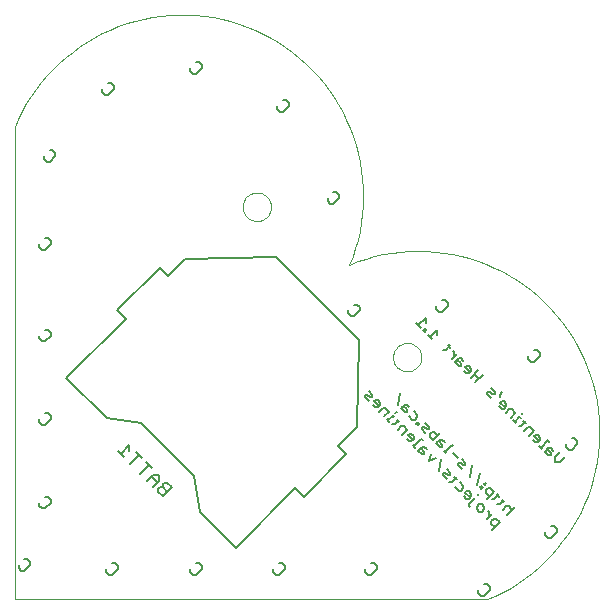
<source format=gbo>
G75*
G70*
%OFA0B0*%
%FSLAX24Y24*%
%IPPOS*%
%LPD*%
%AMOC8*
5,1,8,0,0,1.08239X$1,22.5*
%
%ADD10C,0.0000*%
%ADD11C,0.0060*%
%ADD12C,0.0080*%
%ADD13C,0.0050*%
D10*
X009756Y010038D02*
X009756Y025786D01*
X009873Y026053D01*
X010003Y026314D01*
X010146Y026569D01*
X010300Y026816D01*
X010467Y027055D01*
X010645Y027287D01*
X010833Y027509D01*
X011033Y027722D01*
X011242Y027925D01*
X011461Y028117D01*
X011689Y028299D01*
X011925Y028470D01*
X012170Y028629D01*
X012422Y028776D01*
X012680Y028911D01*
X012945Y029033D01*
X013216Y029142D01*
X013491Y029238D01*
X013771Y029320D01*
X014054Y029389D01*
X014340Y029444D01*
X014629Y029485D01*
X014919Y029513D01*
X015211Y029526D01*
X015502Y029525D01*
X015794Y029510D01*
X016084Y029481D01*
X016372Y029438D01*
X016658Y029381D01*
X016941Y029310D01*
X017220Y029226D01*
X017495Y029128D01*
X017765Y029017D01*
X018029Y028893D01*
X018286Y028757D01*
X018537Y028608D01*
X018781Y028448D01*
X019016Y028276D01*
X019243Y028092D01*
X019461Y027898D01*
X019669Y027694D01*
X019866Y027480D01*
X020054Y027256D01*
X020230Y027024D01*
X020395Y026783D01*
X020548Y026535D01*
X020689Y026280D01*
X020817Y026018D01*
X020933Y025750D01*
X021035Y025477D01*
X021125Y025200D01*
X021200Y024918D01*
X021262Y024633D01*
X021310Y024345D01*
X021345Y024056D01*
X021365Y023765D01*
X021371Y023473D01*
X021363Y023182D01*
X021341Y022891D01*
X021305Y022602D01*
X021255Y022314D01*
X021191Y022030D01*
X021113Y021749D01*
X021022Y021472D01*
X020918Y021199D01*
X022368Y018112D02*
X022370Y018155D01*
X022376Y018197D01*
X022386Y018239D01*
X022399Y018280D01*
X022416Y018320D01*
X022437Y018357D01*
X022461Y018393D01*
X022488Y018426D01*
X022518Y018457D01*
X022551Y018485D01*
X022586Y018510D01*
X022623Y018531D01*
X022662Y018549D01*
X022702Y018563D01*
X022744Y018574D01*
X022786Y018581D01*
X022829Y018584D01*
X022872Y018583D01*
X022915Y018578D01*
X022957Y018569D01*
X022998Y018557D01*
X023038Y018541D01*
X023076Y018521D01*
X023112Y018498D01*
X023146Y018471D01*
X023178Y018442D01*
X023206Y018410D01*
X023232Y018375D01*
X023254Y018339D01*
X023273Y018300D01*
X023288Y018260D01*
X023300Y018219D01*
X023308Y018176D01*
X023312Y018133D01*
X023312Y018091D01*
X023308Y018048D01*
X023300Y018005D01*
X023288Y017964D01*
X023273Y017924D01*
X023254Y017885D01*
X023232Y017849D01*
X023206Y017814D01*
X023178Y017782D01*
X023146Y017753D01*
X023112Y017726D01*
X023076Y017703D01*
X023038Y017683D01*
X022998Y017667D01*
X022957Y017655D01*
X022915Y017646D01*
X022872Y017641D01*
X022829Y017640D01*
X022786Y017643D01*
X022744Y017650D01*
X022702Y017661D01*
X022662Y017675D01*
X022623Y017693D01*
X022586Y017714D01*
X022551Y017739D01*
X022518Y017767D01*
X022488Y017798D01*
X022461Y017831D01*
X022437Y017867D01*
X022416Y017904D01*
X022399Y017944D01*
X022386Y017985D01*
X022376Y018027D01*
X022370Y018069D01*
X022368Y018112D01*
X020918Y021200D02*
X021190Y021304D01*
X021467Y021395D01*
X021748Y021473D01*
X022033Y021537D01*
X022320Y021587D01*
X022609Y021623D01*
X022900Y021645D01*
X023191Y021653D01*
X023483Y021647D01*
X023774Y021627D01*
X024063Y021592D01*
X024351Y021544D01*
X024636Y021482D01*
X024918Y021407D01*
X025195Y021317D01*
X025468Y021215D01*
X025736Y021099D01*
X025998Y020971D01*
X026253Y020830D01*
X026501Y020677D01*
X026742Y020512D01*
X026974Y020336D01*
X027198Y020148D01*
X027412Y019951D01*
X027616Y019743D01*
X027810Y019525D01*
X027994Y019298D01*
X028166Y019063D01*
X028326Y018819D01*
X028475Y018568D01*
X028611Y018311D01*
X028735Y018047D01*
X028846Y017777D01*
X028944Y017502D01*
X029028Y017223D01*
X029099Y016940D01*
X029156Y016654D01*
X029199Y016366D01*
X029228Y016076D01*
X029243Y015784D01*
X029244Y015493D01*
X029231Y015201D01*
X029203Y014911D01*
X029162Y014622D01*
X029107Y014336D01*
X029038Y014053D01*
X028956Y013773D01*
X028860Y013498D01*
X028751Y013227D01*
X028629Y012962D01*
X028494Y012704D01*
X028347Y012452D01*
X028188Y012207D01*
X028017Y011971D01*
X027835Y011743D01*
X027643Y011524D01*
X027440Y011315D01*
X027227Y011115D01*
X027005Y010927D01*
X026773Y010749D01*
X026534Y010582D01*
X026287Y010428D01*
X026032Y010285D01*
X025771Y010155D01*
X025504Y010038D01*
X009756Y010038D01*
X017357Y023123D02*
X017359Y023166D01*
X017365Y023208D01*
X017375Y023250D01*
X017388Y023291D01*
X017405Y023331D01*
X017426Y023368D01*
X017450Y023404D01*
X017477Y023437D01*
X017507Y023468D01*
X017540Y023496D01*
X017575Y023521D01*
X017612Y023542D01*
X017651Y023560D01*
X017691Y023574D01*
X017733Y023585D01*
X017775Y023592D01*
X017818Y023595D01*
X017861Y023594D01*
X017904Y023589D01*
X017946Y023580D01*
X017987Y023568D01*
X018027Y023552D01*
X018065Y023532D01*
X018101Y023509D01*
X018135Y023482D01*
X018167Y023453D01*
X018195Y023421D01*
X018221Y023386D01*
X018243Y023350D01*
X018262Y023311D01*
X018277Y023271D01*
X018289Y023230D01*
X018297Y023187D01*
X018301Y023144D01*
X018301Y023102D01*
X018297Y023059D01*
X018289Y023016D01*
X018277Y022975D01*
X018262Y022935D01*
X018243Y022896D01*
X018221Y022860D01*
X018195Y022825D01*
X018167Y022793D01*
X018135Y022764D01*
X018101Y022737D01*
X018065Y022714D01*
X018027Y022694D01*
X017987Y022678D01*
X017946Y022666D01*
X017904Y022657D01*
X017861Y022652D01*
X017818Y022651D01*
X017775Y022654D01*
X017733Y022661D01*
X017691Y022672D01*
X017651Y022686D01*
X017612Y022704D01*
X017575Y022725D01*
X017540Y022750D01*
X017507Y022778D01*
X017477Y022809D01*
X017450Y022842D01*
X017426Y022878D01*
X017405Y022915D01*
X017388Y022955D01*
X017375Y022996D01*
X017365Y023038D01*
X017359Y023080D01*
X017357Y023123D01*
D11*
X023134Y019252D02*
X023295Y019092D01*
X023214Y019172D02*
X023455Y019413D01*
X023455Y019252D01*
X023425Y019042D02*
X023385Y019002D01*
X023425Y018962D01*
X023465Y019002D01*
X023425Y019042D01*
X023525Y018862D02*
X023685Y018701D01*
X023605Y018781D02*
X023846Y019022D01*
X023846Y018862D01*
X024199Y018508D02*
X024280Y018428D01*
X024280Y018508D02*
X024119Y018347D01*
X024039Y018347D01*
X024376Y018331D02*
X024416Y018291D01*
X024416Y018131D01*
X024336Y018050D02*
X024497Y018211D01*
X024556Y018071D02*
X024436Y017950D01*
X024556Y017830D01*
X024637Y017830D01*
X024637Y017910D01*
X024516Y018031D01*
X024556Y018071D02*
X024637Y018071D01*
X024717Y017990D01*
X024817Y017810D02*
X024777Y017770D01*
X024937Y017610D01*
X024977Y017650D02*
X024977Y017730D01*
X024897Y017810D01*
X024817Y017810D01*
X024737Y017650D02*
X024817Y017570D01*
X024897Y017570D01*
X024977Y017650D01*
X025077Y017550D02*
X025238Y017389D01*
X025117Y017269D02*
X025358Y017510D01*
X025198Y017670D02*
X024957Y017430D01*
X025518Y016949D02*
X025598Y016949D01*
X025678Y016869D01*
X025758Y016869D01*
X025759Y016949D01*
X025638Y017069D01*
X025518Y016949D02*
X025518Y016869D01*
X025638Y016748D01*
X025929Y016779D02*
X025929Y016859D01*
X026009Y016939D01*
X025989Y016638D02*
X025949Y016598D01*
X026109Y016438D01*
X026149Y016478D02*
X026149Y016558D01*
X026069Y016638D01*
X025989Y016638D01*
X025908Y016478D02*
X025989Y016398D01*
X026069Y016398D01*
X026149Y016478D01*
X026249Y016378D02*
X026129Y016258D01*
X026249Y016378D02*
X026329Y016378D01*
X026450Y016258D01*
X026289Y016097D01*
X026383Y016004D02*
X026463Y015924D01*
X026423Y015964D02*
X026583Y016124D01*
X026623Y016084D01*
X026663Y016204D02*
X026703Y016245D01*
X026717Y015991D02*
X026797Y015911D01*
X026797Y015991D02*
X026636Y015830D01*
X026556Y015830D01*
X026736Y015650D02*
X026857Y015770D01*
X026937Y015770D01*
X027057Y015650D01*
X026897Y015490D01*
X027077Y015470D02*
X027237Y015310D01*
X027277Y015350D02*
X027277Y015430D01*
X027197Y015510D01*
X027117Y015510D01*
X027077Y015470D01*
X027037Y015350D02*
X027117Y015269D01*
X027197Y015269D01*
X027277Y015350D01*
X027250Y015136D02*
X027331Y015056D01*
X027291Y015096D02*
X027531Y015336D01*
X027571Y015296D01*
X027551Y015076D02*
X027431Y014956D01*
X027551Y014836D01*
X027631Y014836D01*
X027631Y014916D01*
X027511Y015036D01*
X027551Y015076D02*
X027631Y015076D01*
X027711Y014996D01*
X027771Y014776D02*
X027932Y014936D01*
X028092Y014776D02*
X027932Y014615D01*
X027771Y014615D01*
X027771Y014776D01*
X026422Y013105D02*
X026181Y012865D01*
X026301Y012985D02*
X026301Y013065D01*
X026221Y013145D01*
X026141Y013145D01*
X026021Y013025D01*
X025921Y013205D02*
X025841Y013205D01*
X025921Y013205D02*
X026081Y013366D01*
X026001Y013366D02*
X026081Y013285D01*
X025908Y013459D02*
X025827Y013539D01*
X025908Y013539D02*
X025747Y013379D01*
X025667Y013379D01*
X025574Y013472D02*
X025453Y013593D01*
X025453Y013673D01*
X025534Y013753D01*
X025614Y013753D01*
X025734Y013633D01*
X025493Y013392D01*
X025326Y013205D02*
X025407Y013125D01*
X025406Y013045D01*
X025326Y012965D01*
X025246Y012965D01*
X025166Y013045D01*
X025166Y013125D01*
X025246Y013205D01*
X025326Y013205D01*
X025543Y012988D02*
X025583Y012948D01*
X025583Y012788D01*
X025503Y012708D02*
X025664Y012868D01*
X025723Y012728D02*
X025643Y012648D01*
X025643Y012567D01*
X025764Y012447D01*
X025683Y012367D02*
X025924Y012608D01*
X025804Y012728D01*
X025723Y012728D01*
X024946Y013105D02*
X024906Y013145D01*
X024906Y013225D01*
X025106Y013425D01*
X025186Y013506D02*
X025226Y013546D01*
X025313Y013733D02*
X025353Y013773D01*
X025313Y013813D01*
X025273Y013773D01*
X025313Y013733D01*
X025434Y013853D02*
X025474Y013893D01*
X025434Y013933D01*
X025393Y013893D01*
X025434Y013853D01*
X025183Y013863D02*
X025263Y014264D01*
X025003Y014524D02*
X024923Y014123D01*
X024662Y014384D02*
X024542Y014504D01*
X024542Y014584D01*
X024622Y014584D01*
X024702Y014504D01*
X024783Y014504D01*
X024783Y014584D01*
X024662Y014704D01*
X024522Y014764D02*
X024362Y014925D01*
X024382Y015145D02*
X024342Y015185D01*
X024101Y014944D01*
X024141Y014904D02*
X024061Y014985D01*
X024008Y015118D02*
X024008Y015198D01*
X023888Y015319D01*
X023928Y015359D02*
X023807Y015238D01*
X023928Y015118D01*
X024008Y015118D01*
X024088Y015278D02*
X024008Y015359D01*
X023928Y015359D01*
X023868Y015499D02*
X023748Y015619D01*
X023667Y015619D01*
X023587Y015539D01*
X023587Y015459D01*
X023707Y015338D01*
X023948Y015579D01*
X023567Y015719D02*
X023567Y015799D01*
X023447Y015920D01*
X023407Y015799D02*
X023487Y015719D01*
X023567Y015719D01*
X023447Y015599D02*
X023327Y015719D01*
X023327Y015799D01*
X023407Y015799D01*
X023227Y015899D02*
X023187Y015939D01*
X023147Y015899D01*
X023187Y015859D01*
X023227Y015899D01*
X023097Y016029D02*
X023016Y016029D01*
X022896Y016150D01*
X022836Y016290D02*
X022836Y016370D01*
X022716Y016490D01*
X022756Y016530D02*
X022636Y016410D01*
X022756Y016290D01*
X022836Y016290D01*
X022916Y016450D02*
X022836Y016530D01*
X022756Y016530D01*
X022536Y016510D02*
X022616Y016911D01*
X022489Y016283D02*
X022449Y016243D01*
X022369Y016163D02*
X022208Y016002D01*
X022248Y015962D02*
X022168Y016043D01*
X022075Y016136D02*
X022235Y016296D01*
X022115Y016417D01*
X022035Y016417D01*
X021914Y016296D01*
X021854Y016436D02*
X021935Y016517D01*
X021935Y016597D01*
X021854Y016677D01*
X021774Y016677D01*
X021734Y016637D01*
X021895Y016477D01*
X021854Y016436D02*
X021774Y016436D01*
X021694Y016517D01*
X021554Y016657D02*
X021434Y016777D01*
X021434Y016857D01*
X021514Y016857D01*
X021594Y016777D01*
X021674Y016777D01*
X021674Y016857D01*
X021554Y016978D01*
X022369Y016163D02*
X022409Y016123D01*
X022502Y016029D02*
X022582Y015949D01*
X022582Y016029D02*
X022422Y015869D01*
X022342Y015869D01*
X022522Y015689D02*
X022642Y015809D01*
X022722Y015809D01*
X022843Y015689D01*
X022682Y015528D01*
X022862Y015509D02*
X023023Y015348D01*
X022983Y015308D02*
X023063Y015388D01*
X023063Y015468D01*
X022983Y015549D01*
X022903Y015549D01*
X022862Y015509D01*
X022822Y015388D02*
X022903Y015308D01*
X022983Y015308D01*
X023036Y015175D02*
X023116Y015094D01*
X023076Y015134D02*
X023317Y015375D01*
X023357Y015335D01*
X023337Y015115D02*
X023216Y014994D01*
X023337Y014874D01*
X023417Y014874D01*
X023417Y014954D01*
X023296Y015075D01*
X023337Y015115D02*
X023417Y015115D01*
X023497Y015034D01*
X023637Y014894D02*
X023557Y014654D01*
X023797Y014734D01*
X023978Y014714D02*
X023897Y014313D01*
X024038Y014253D02*
X024118Y014253D01*
X024198Y014173D01*
X024278Y014173D01*
X024278Y014253D01*
X024158Y014374D01*
X024038Y014253D02*
X024038Y014173D01*
X024158Y014053D01*
X024251Y013959D02*
X024331Y013959D01*
X024492Y014120D01*
X024492Y014040D02*
X024412Y014120D01*
X024592Y013940D02*
X024712Y013819D01*
X024712Y013739D01*
X024632Y013659D01*
X024552Y013659D01*
X024431Y013779D01*
X024772Y013599D02*
X024932Y013439D01*
X024892Y013399D02*
X024973Y013479D01*
X024973Y013559D01*
X024892Y013639D01*
X024812Y013639D01*
X024772Y013599D01*
X024732Y013479D02*
X024812Y013399D01*
X024892Y013399D01*
X023097Y016029D02*
X023177Y016110D01*
X023177Y016190D01*
X023056Y016310D01*
D12*
X023905Y019610D02*
X023805Y019709D01*
X023805Y019808D01*
X023905Y019610D02*
X024004Y019610D01*
X024202Y019808D01*
X024202Y019907D01*
X024103Y020006D01*
X024004Y020006D01*
X021279Y019768D02*
X021279Y019669D01*
X021080Y019470D01*
X020981Y019470D01*
X020882Y019570D01*
X020882Y019669D01*
X021080Y019867D02*
X021180Y019867D01*
X021279Y019768D01*
X020384Y023229D02*
X020285Y023229D01*
X020186Y023328D01*
X020186Y023427D01*
X020384Y023625D02*
X020484Y023625D01*
X020583Y023526D01*
X020583Y023427D01*
X020384Y023229D01*
X018714Y026291D02*
X018615Y026291D01*
X018516Y026390D01*
X018516Y026489D01*
X018714Y026291D02*
X018912Y026489D01*
X018912Y026588D01*
X018813Y026687D01*
X018714Y026687D01*
X015989Y027742D02*
X015791Y027544D01*
X015692Y027544D01*
X015593Y027643D01*
X015593Y027742D01*
X015791Y027940D02*
X015890Y027940D01*
X015989Y027841D01*
X015989Y027742D01*
X013066Y027145D02*
X013066Y027046D01*
X012868Y026848D01*
X012769Y026848D01*
X012670Y026947D01*
X012670Y027046D01*
X012868Y027244D02*
X012967Y027244D01*
X013066Y027145D01*
X011018Y025017D02*
X011117Y024918D01*
X011117Y024819D01*
X010919Y024621D01*
X010820Y024621D01*
X010721Y024720D01*
X010721Y024819D01*
X010919Y025017D02*
X011018Y025017D01*
X010879Y022094D02*
X010780Y022094D01*
X010879Y022094D02*
X010978Y021995D01*
X010978Y021896D01*
X010780Y021698D01*
X010681Y021698D01*
X010582Y021797D01*
X010582Y021896D01*
X010780Y019032D02*
X010879Y019032D01*
X010978Y018933D01*
X010978Y018833D01*
X010780Y018635D01*
X010681Y018635D01*
X010582Y018734D01*
X010582Y018833D01*
X010780Y016248D02*
X010879Y016248D01*
X010978Y016149D01*
X010978Y016050D01*
X010780Y015851D01*
X010681Y015851D01*
X010582Y015950D01*
X010582Y016050D01*
X010780Y013464D02*
X010879Y013464D01*
X010978Y013365D01*
X010978Y013266D01*
X010780Y013068D01*
X010681Y013068D01*
X010582Y013167D01*
X010582Y013266D01*
X010183Y011376D02*
X010084Y011376D01*
X010183Y011376D02*
X010282Y011277D01*
X010282Y011178D01*
X010084Y010980D01*
X009985Y010980D01*
X009886Y011079D01*
X009886Y011178D01*
X012809Y011039D02*
X012809Y010939D01*
X012908Y010840D01*
X013007Y010840D01*
X013205Y011039D01*
X013205Y011138D01*
X013106Y011237D01*
X013007Y011237D01*
X014689Y013474D02*
X014540Y013622D01*
X014540Y013721D01*
X014590Y013771D01*
X014689Y013771D01*
X014838Y013622D01*
X014986Y013771D02*
X014838Y013920D01*
X014738Y013920D01*
X014689Y013870D01*
X014689Y013771D01*
X014512Y013948D02*
X014314Y014146D01*
X014363Y014196D02*
X014165Y013997D01*
X014363Y013799D02*
X014562Y013997D01*
X014562Y014196D01*
X014363Y014196D01*
X014335Y014422D02*
X014137Y014620D01*
X014236Y014521D02*
X013939Y014224D01*
X013613Y014549D02*
X013911Y014847D01*
X014010Y014747D02*
X013811Y014946D01*
X013585Y014974D02*
X013585Y015172D01*
X013288Y014875D01*
X013387Y014776D02*
X013189Y014974D01*
X014689Y013474D02*
X014986Y013771D01*
X015791Y011237D02*
X015890Y011237D01*
X015989Y011138D01*
X015989Y011039D01*
X015791Y010840D01*
X015692Y010840D01*
X015593Y010939D01*
X015593Y011039D01*
X018377Y011039D02*
X018377Y010939D01*
X018476Y010840D01*
X018575Y010840D01*
X018773Y011039D01*
X018773Y011138D01*
X018674Y011237D01*
X018575Y011237D01*
X021439Y011039D02*
X021439Y010939D01*
X021538Y010840D01*
X021637Y010840D01*
X021835Y011039D01*
X021835Y011138D01*
X021736Y011237D01*
X021637Y011237D01*
X025197Y010343D02*
X025197Y010244D01*
X025296Y010144D01*
X025395Y010144D01*
X025594Y010343D01*
X025594Y010442D01*
X025495Y010541D01*
X025395Y010541D01*
X027424Y012192D02*
X027424Y012291D01*
X027424Y012192D02*
X027524Y012093D01*
X027623Y012093D01*
X027821Y012291D01*
X027821Y012390D01*
X027722Y012489D01*
X027623Y012489D01*
X028220Y015016D02*
X028120Y015115D01*
X028120Y015214D01*
X028220Y015016D02*
X028319Y015016D01*
X028517Y015214D01*
X028517Y015313D01*
X028418Y015413D01*
X028319Y015413D01*
X027066Y017939D02*
X026967Y017939D01*
X026868Y018038D01*
X026868Y018137D01*
X027066Y017939D02*
X027264Y018137D01*
X027264Y018237D01*
X027165Y018336D01*
X027066Y018336D01*
D13*
X021237Y018691D02*
X021166Y015792D01*
X020530Y015155D01*
X020813Y014872D01*
X019398Y013458D01*
X019116Y013741D01*
X017136Y011761D01*
X015934Y012963D01*
X015722Y014165D01*
X013954Y015933D01*
X012822Y016074D01*
X011479Y017418D01*
X013459Y019398D01*
X013176Y019681D01*
X014590Y021095D01*
X014873Y020812D01*
X015439Y021378D01*
X018479Y021448D01*
X021237Y018691D01*
M02*

</source>
